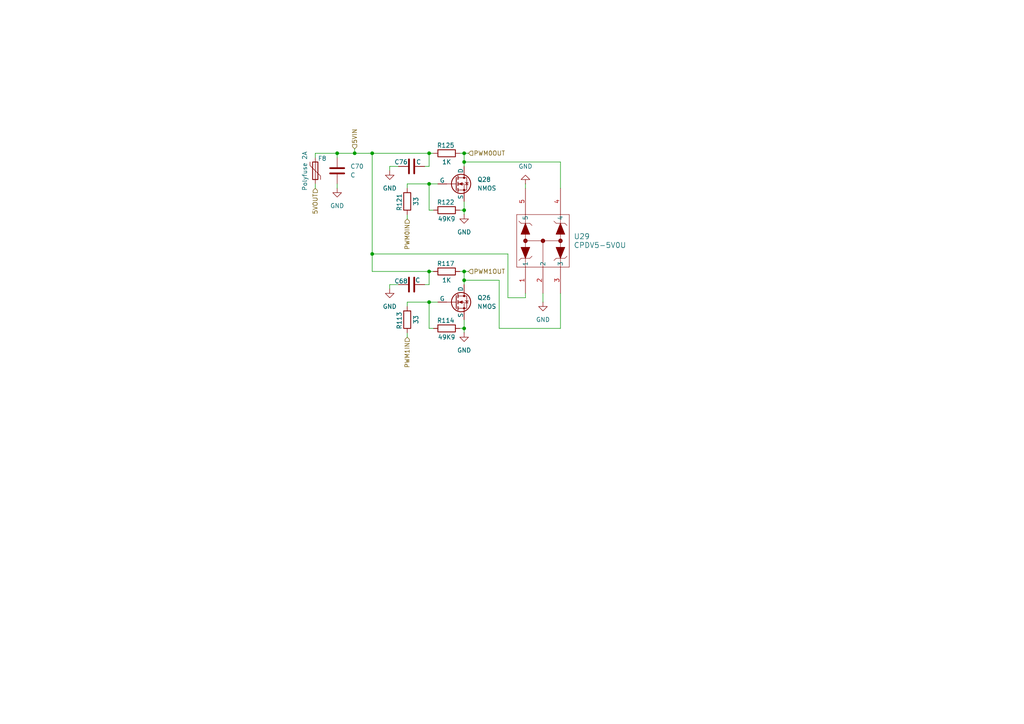
<source format=kicad_sch>
(kicad_sch (version 20250114) (generator "eeschema") (generator_version "9.0")
  (paper "A4")
  (lib_symbols
    (symbol "CPDV5:CPDV5-5V0U" (pin_names (offset 0.254))
      (property "Reference" "CR" (at 16.51 7.62 0))
      (property "Value" "CPDV5-5V0U" (at 20.32 5.08 0))
      (symbol "CPDV5-5V0U_0_1"
        (polyline (pts (xy 7.62 2.54) (xy 7.62 -12.7)) (stroke (width 0.127)))
        (polyline (pts (xy 7.62 0) (xy 22.86 0)) (stroke (width 0.127)))
        (polyline (pts (xy 7.62 -5.08) (xy 15.24 -5.08)) (stroke (width 0.127)))
        (polyline (pts (xy 7.62 -10.16) (xy 22.86 -10.16)) (stroke (width 0.127)))
        (polyline (pts (xy 7.62 -12.7) (xy 22.86 -12.7)) (stroke (width 0.127)))
        (polyline (pts (xy 10.16 1.27) (xy 9.525 1.905)) (stroke (width 0.127)))
        (polyline (pts (xy 10.16 1.27) (xy 10.16 -1.27)) (stroke (width 0.127)))
        (polyline (pts (xy 10.16 0) (xy 13.335 -1.27)) (stroke (width 0.127)))
        (polyline (pts (xy 10.16 0) (xy 13.335 1.27) (xy 13.335 -1.27)) (fill (type outline)))
        (polyline (pts (xy 10.16 -1.27) (xy 10.795 -1.905)) (stroke (width 0.127)))
        (polyline (pts (xy 10.16 -8.89) (xy 9.525 -8.255)) (stroke (width 0.127)))
        (polyline (pts (xy 10.16 -8.89) (xy 10.16 -11.43)) (stroke (width 0.127)))
        (polyline (pts (xy 10.16 -10.16) (xy 13.335 -11.43)) (stroke (width 0.127)))
        (polyline (pts (xy 10.16 -10.16) (xy 13.335 -8.89) (xy 13.335 -11.43)) (fill (type outline)))
        (polyline (pts (xy 10.16 -11.43) (xy 10.795 -12.065)) (stroke (width 0.127)))
        (polyline (pts (xy 13.335 1.27) (xy 10.16 0)) (stroke (width 0.127)))
        (polyline (pts (xy 13.335 1.27) (xy 13.335 -1.27)) (stroke (width 0.127)))
        (polyline (pts (xy 13.335 -8.89) (xy 10.16 -10.16)) (stroke (width 0.127)))
        (polyline (pts (xy 13.335 -8.89) (xy 13.335 -11.43)) (stroke (width 0.127)))
        (polyline (pts (xy 15.24 0) (xy 15.24 -10.16)) (stroke (width 0.127)))
        (circle (center 15.24 0) (radius 0.127) (stroke (width 0.508)))
        (circle (center 15.24 -5.08) (radius 0.127) (stroke (width 0.508)))
        (circle (center 15.24 -10.16) (radius 0.127) (stroke (width 0.508)))
        (polyline (pts (xy 17.145 1.27) (xy 17.145 -1.27)) (stroke (width 0.127)))
        (polyline (pts (xy 17.145 1.27) (xy 20.32 0)) (stroke (width 0.127)))
        (polyline (pts (xy 17.145 -8.89) (xy 17.145 -11.43)) (stroke (width 0.127)))
        (polyline (pts (xy 17.145 -8.89) (xy 20.32 -10.16)) (stroke (width 0.127)))
        (polyline (pts (xy 20.32 1.27) (xy 20.32 -1.27)) (stroke (width 0.127)))
        (polyline (pts (xy 20.32 1.27) (xy 20.955 1.905)) (stroke (width 0.127)))
        (polyline (pts (xy 20.32 0) (xy 17.145 -1.27)) (stroke (width 0.127)))
        (polyline (pts (xy 20.32 0) (xy 17.145 1.27) (xy 17.145 -1.27)) (fill (type outline)))
        (polyline (pts (xy 20.32 -1.27) (xy 19.685 -1.905)) (stroke (width 0.127)))
        (polyline (pts (xy 20.32 -8.89) (xy 20.32 -11.43)) (stroke (width 0.127)))
        (polyline (pts (xy 20.32 -8.89) (xy 20.955 -8.255)) (stroke (width 0.127)))
        (polyline (pts (xy 20.32 -10.16) (xy 17.145 -11.43)) (stroke (width 0.127)))
        (polyline (pts (xy 20.32 -10.16) (xy 17.145 -8.89) (xy 17.145 -11.43)) (fill (type outline)))
        (polyline (pts (xy 20.32 -11.43) (xy 19.685 -12.065)) (stroke (width 0.127)))
        (polyline (pts (xy 22.86 2.54) (xy 7.62 2.54)) (stroke (width 0.127)))
        (polyline (pts (xy 22.86 -12.7) (xy 22.86 2.54)) (stroke (width 0.127)))
        (pin unspecified line (at 0 0 0) (length 7.62) (name "1") (number "1"))
        (pin unspecified line (at 0 -5.08 0) (length 7.62) (name "2") (number "2"))
        (pin unspecified line (at 0 -10.16 0) (length 7.62) (name "3") (number "3"))
        (pin unspecified line (at 30.48 0 180) (length 7.62) (name "5") (number "5"))
        (pin unspecified line (at 30.48 -10.16 180) (length 7.62) (name "4") (number "4"))
      )
    )
    (symbol "Device:C" (pin_numbers (hide yes)) (pin_names (offset 0.254))
      (property "Reference" "C" (at 0.635 2.54 0))
      (property "Value" "C" (at 0.635 -2.54 0))
      (symbol "C_0_1"
        (polyline (pts (xy -2.032 0.762) (xy 2.032 0.762)) (stroke (width 0.508)))
        (polyline (pts (xy -2.032 -0.762) (xy 2.032 -0.762)) (stroke (width 0.508)))
      )
      (symbol "C_1_1"
        (pin passive line (at 0 3.81 270) (length 2.794) (name "~") (number "1"))
        (pin passive line (at 0 -3.81 90) (length 2.794) (name "~") (number "2"))
      )
    )
    (symbol "Device:Polyfuse" (pin_numbers (hide yes)) (pin_names (offset 0))
      (property "Reference" "F" (at -2.54 0 90))
      (property "Value" "Polyfuse" (at 2.54 0 90))
      (symbol "Polyfuse_0_1"
        (polyline (pts (xy -1.524 2.54) (xy -1.524 1.524) (xy 1.524 -1.524) (xy 1.524 -2.54)))
        (rectangle (start -0.762 2.54) (end 0.762 -2.54) (stroke (width 0.254)))
        (polyline (pts (xy 0 2.54) (xy 0 -2.54)))
      )
      (symbol "Polyfuse_1_1"
        (pin passive line (at 0 3.81 270) (length 1.27) (name "~") (number "1"))
        (pin passive line (at 0 -3.81 90) (length 1.27) (name "~") (number "2"))
      )
    )
    (symbol "Device:R" (pin_numbers (hide yes)) (pin_names (offset 0))
      (property "Reference" "R" (at 2.032 0 90))
      (property "Value" "R" (at 0 0 90))
      (symbol "R_0_1"
        (rectangle (start -1.016 -2.54) (end 1.016 2.54) (stroke (width 0.254)))
      )
      (symbol "R_1_1"
        (pin passive line (at 0 3.81 270) (length 1.27) (name "~") (number "1"))
        (pin passive line (at 0 -3.81 90) (length 1.27) (name "~") (number "2"))
      )
    )
    (symbol "Simulation_SPICE:NMOS" (pin_numbers (hide yes)) (pin_names (offset 0))
      (property "Reference" "Q" (at 5.08 1.27 0))
      (property "Value" "NMOS" (at 5.08 -1.27 0))
      (symbol "NMOS_0_1"
        (polyline (pts (xy 0.254 1.905) (xy 0.254 -1.905)) (stroke (width 0.254)))
        (polyline (pts (xy 0.254 0) (xy -2.54 0)))
        (polyline (pts (xy 0.762 2.286) (xy 0.762 1.27)) (stroke (width 0.254)))
        (polyline (pts (xy 0.762 0.508) (xy 0.762 -0.508)) (stroke (width 0.254)))
        (polyline (pts (xy 0.762 -1.27) (xy 0.762 -2.286)) (stroke (width 0.254)))
        (polyline (pts (xy 0.762 -1.778) (xy 3.302 -1.778) (xy 3.302 1.778) (xy 0.762 1.778)))
        (polyline (pts (xy 1.016 0) (xy 2.032 0.381) (xy 2.032 -0.381) (xy 1.016 0)) (fill (type outline)))
        (circle (center 1.651 0) (radius 2.794) (stroke (width 0.254)))
        (polyline (pts (xy 2.54 2.54) (xy 2.54 1.778)))
        (circle (center 2.54 1.778) (radius 0.254) (fill (type outline)))
        (circle (center 2.54 -1.778) (radius 0.254) (fill (type outline)))
        (polyline (pts (xy 2.54 -2.54) (xy 2.54 0) (xy 0.762 0)))
        (polyline (pts (xy 2.794 0.508) (xy 2.921 0.381) (xy 3.683 0.381) (xy 3.81 0.254)))
        (polyline (pts (xy 3.302 0.381) (xy 2.921 -0.254) (xy 3.683 -0.254) (xy 3.302 0.381)))
      )
      (symbol "NMOS_1_1"
        (pin input line (at -5.08 0 0) (length 2.54) (name "G") (number "2"))
        (pin passive line (at 2.54 5.08 270) (length 2.54) (name "D") (number "1"))
        (pin passive line (at 2.54 -5.08 90) (length 2.54) (name "S") (number "3"))
      )
    )
    (symbol "power:GND" (power) (pin_numbers (hide yes)) (pin_names (offset 0) (hide yes))
      (property "Value" "GND" (at 0 -3.81 0))
      (symbol "GND_0_1"
        (polyline (pts (xy 0 0) (xy 0 -1.27) (xy 1.27 -1.27) (xy 0 -2.54) (xy -1.27 -1.27) (xy 0 -1.27)))
      )
      (symbol "GND_1_1"
        (pin power_in line (at 0 0 270) (length 0) (name "~") (number "1"))
      )
    )
  )
  (junction (at 124.46 78.74))
  (junction (at 134.62 60.96))
  (junction (at 124.46 44.45))
  (junction (at 107.95 44.45))
  (junction (at 102.87 44.45))
  (junction (at 97.79 44.45))
  (junction (at 134.62 78.74))
  (junction (at 124.46 87.63))
  (junction (at 134.62 44.45))
  (junction (at 134.62 81.28))
  (junction (at 134.62 46.99))
  (junction (at 134.62 95.25))
  (junction (at 107.95 73.66))
  (junction (at 124.46 53.34))
  (wire (pts (xy 134.62 46.99) (xy 134.62 48.26)))
  (wire (pts (xy 97.79 44.45) (xy 97.79 45.72)))
  (wire (pts (xy 107.95 73.66) (xy 147.32 73.66)))
  (wire (pts (xy 102.87 43.18) (xy 102.87 44.45)))
  (wire (pts (xy 134.62 44.45) (xy 135.89 44.45)))
  (wire (pts (xy 162.56 46.99) (xy 162.56 54.61)))
  (wire (pts (xy 124.46 95.25) (xy 125.73 95.25)))
  (wire (pts (xy 91.44 53.34) (xy 91.44 54.61)))
  (wire (pts (xy 97.79 44.45) (xy 102.87 44.45)))
  (wire (pts (xy 134.62 81.28) (xy 134.62 82.55)))
  (wire (pts (xy 91.44 44.45) (xy 91.44 45.72)))
  (wire (pts (xy 134.62 78.74) (xy 134.62 81.28)))
  (wire (pts (xy 113.03 48.26) (xy 113.03 49.53)))
  (wire (pts (xy 124.46 44.45) (xy 124.46 48.26)))
  (wire (pts (xy 113.03 82.55) (xy 113.03 83.82)))
  (wire (pts (xy 113.03 48.26) (xy 115.57 48.26)))
  (wire (pts (xy 107.95 73.66) (xy 107.95 78.74)))
  (wire (pts (xy 134.62 46.99) (xy 162.56 46.99)))
  (wire (pts (xy 152.4 53.34) (xy 152.4 54.61)))
  (wire (pts (xy 152.4 86.36) (xy 152.4 85.09)))
  (wire (pts (xy 144.78 81.28) (xy 134.62 81.28)))
  (wire (pts (xy 147.32 73.66) (xy 147.32 86.36)))
  (wire (pts (xy 144.78 95.25) (xy 144.78 81.28)))
  (wire (pts (xy 134.62 46.99) (xy 134.62 44.45)))
  (wire (pts (xy 162.56 95.25) (xy 144.78 95.25)))
  (wire (pts (xy 124.46 87.63) (xy 118.11 87.63)))
  (wire (pts (xy 107.95 44.45) (xy 124.46 44.45)))
  (wire (pts (xy 124.46 60.96) (xy 125.73 60.96)))
  (wire (pts (xy 97.79 53.34) (xy 97.79 54.61)))
  (wire (pts (xy 133.35 95.25) (xy 134.62 95.25)))
  (wire (pts (xy 118.11 62.23) (xy 118.11 63.5)))
  (wire (pts (xy 124.46 78.74) (xy 125.73 78.74)))
  (wire (pts (xy 118.11 53.34) (xy 118.11 54.61)))
  (wire (pts (xy 147.32 86.36) (xy 152.4 86.36)))
  (wire (pts (xy 118.11 87.63) (xy 118.11 88.9)))
  (wire (pts (xy 162.56 85.09) (xy 162.56 95.25)))
  (wire (pts (xy 124.46 44.45) (xy 125.73 44.45)))
  (wire (pts (xy 124.46 87.63) (xy 124.46 95.25)))
  (wire (pts (xy 102.87 44.45) (xy 107.95 44.45)))
  (wire (pts (xy 124.46 78.74) (xy 124.46 82.55)))
  (wire (pts (xy 134.62 95.25) (xy 134.62 96.52)))
  (wire (pts (xy 134.62 44.45) (xy 133.35 44.45)))
  (wire (pts (xy 134.62 92.71) (xy 134.62 95.25)))
  (wire (pts (xy 107.95 78.74) (xy 124.46 78.74)))
  (wire (pts (xy 134.62 78.74) (xy 133.35 78.74)))
  (wire (pts (xy 133.35 60.96) (xy 134.62 60.96)))
  (wire (pts (xy 123.19 48.26) (xy 124.46 48.26)))
  (wire (pts (xy 97.79 44.45) (xy 91.44 44.45)))
  (wire (pts (xy 127 53.34) (xy 124.46 53.34)))
  (wire (pts (xy 134.62 60.96) (xy 134.62 62.23)))
  (wire (pts (xy 118.11 96.52) (xy 118.11 97.79)))
  (wire (pts (xy 123.19 82.55) (xy 124.46 82.55)))
  (wire (pts (xy 124.46 53.34) (xy 118.11 53.34)))
  (wire (pts (xy 107.95 44.45) (xy 107.95 73.66)))
  (wire (pts (xy 157.48 85.09) (xy 157.48 87.63)))
  (wire (pts (xy 134.62 78.74) (xy 135.89 78.74)))
  (wire (pts (xy 124.46 53.34) (xy 124.46 60.96)))
  (wire (pts (xy 113.03 82.55) (xy 115.57 82.55)))
  (wire (pts (xy 127 87.63) (xy 124.46 87.63)))
  (wire (pts (xy 134.62 58.42) (xy 134.62 60.96)))
  (hierarchical_label "5VIN" (shape input) (at 102.87 43.18 90))
  (hierarchical_label "PWM0IN" (shape input) (at 118.11 63.5 270))
  (hierarchical_label "5VOUT" (shape input) (at 91.44 54.61 270))
  (hierarchical_label "PWM0OUT" (shape input) (at 135.89 44.45 0))
  (hierarchical_label "PWM1OUT" (shape input) (at 135.89 78.74 0))
  (hierarchical_label "PWM1IN" (shape input) (at 118.11 97.79 270))
  (symbol (lib_id "power:GND") (at 97.79 54.61 0) (unit 1)
    (property "Reference" "#PWR0113" (effects (hide yes)))
    (property "Value" "GND" (at 97.79 59.69 0))
    (property "Description" "Power symbol creates a global label with name \"GND\" , ground" (effects (hide yes)))
    (instances (project "pcb" (path "" (reference "#PWR0113") (unit 1)) (path "" (reference "#PWR0120") (unit 1)) (path "" (reference "#PWR014") (unit 1))))
  )
  (symbol (lib_id "Device:R") (at 129.54 60.96 90) (unit 1)
    (property "Reference" "R122" (at 129.286 58.674 90))
    (property "Value" "49K9" (at 129.54 63.5 90))
    (property "Description" "Resistor" (effects (hide yes)))
    (instances (project "pcb" (path "" (reference "R122") (unit 1)) (path "" (reference "R107") (unit 1)) (path "" (reference "R84") (unit 1))))
  )
  (symbol (lib_id "Device:R") (at 129.54 95.25 90) (unit 1)
    (property "Reference" "R114" (at 129.286 92.964 90))
    (property "Value" "49K9" (at 129.54 97.79 90))
    (property "Description" "Resistor" (effects (hide yes)))
    (instances (project "pcb" (path "" (reference "R114") (unit 1)) (path "" (reference "R93") (unit 1)) (path "" (reference "R70") (unit 1))))
  )
  (symbol (lib_id "power:GND") (at 113.03 83.82 0) (unit 1)
    (property "Reference" "#PWR0115" (effects (hide yes)))
    (property "Value" "GND" (at 113.03 88.9 0))
    (property "Description" "Power symbol creates a global label with name \"GND\" , ground" (effects (hide yes)))
    (instances (project "pcb" (path "" (reference "#PWR0115") (unit 1)) (path "" (reference "#PWR0122") (unit 1)) (path "" (reference "#PWR016") (unit 1))))
  )
  (symbol (lib_id "CPDV5:CPDV5-5V0U") (at 152.4 85.09 90) (unit 1)
    (property "Reference" "U29" (at 166.37 68.5799 90) (effects (font (size 1.524 1.524)) (justify right)))
    (property "Value" "CPDV5-5V0U" (at 166.37 71.1199 90) (effects (font (size 1.524 1.524)) (justify right)))
    (property "Footprint" "SOT353_CPDV5_CIP" (effects (hide yes)))
    (property "Datasheet" "CPDV5-5V0U" (effects (hide yes)))
    (instances (project "pcb" (path "" (reference "U29") (unit 1)) (path "" (reference "U28") (unit 1)) (path "" (reference "U27") (unit 1))))
  )
  (symbol (lib_id "power:GND") (at 134.62 96.52 0) (unit 1)
    (property "Reference" "#PWR0117" (effects (hide yes)))
    (property "Value" "GND" (at 134.62 101.6 0))
    (property "Description" "Power symbol creates a global label with name \"GND\" , ground" (effects (hide yes)))
    (instances (project "pcb" (path "" (reference "#PWR0117") (unit 1)) (path "" (reference "#PWR0124") (unit 1)) (path "" (reference "#PWR019") (unit 1))))
  )
  (symbol (lib_id "Device:R") (at 129.54 44.45 90) (unit 1)
    (property "Reference" "R125" (at 129.286 42.164 90))
    (property "Value" "1K" (at 129.54 46.99 90))
    (property "Description" "Resistor" (effects (hide yes)))
    (instances (project "pcb" (path "" (reference "R125") (unit 1)) (path "" (reference "R110") (unit 1)) (path "" (reference "R75") (unit 1))))
  )
  (symbol (lib_id "Device:R") (at 118.11 92.71 180) (unit 1)
    (property "Reference" "R113" (at 115.824 92.964 90))
    (property "Value" "33" (at 120.65 92.71 90))
    (property "Description" "Resistor" (effects (hide yes)))
    (instances (project "pcb" (path "" (reference "R113") (unit 1)) (path "" (reference "R92") (unit 1)) (path "" (reference "R69") (unit 1))))
  )
  (symbol (lib_id "Simulation_SPICE:NMOS") (at 132.08 53.34 0) (unit 1)
    (property "Reference" "Q28" (at 138.43 52.0699 0) (effects (justify left)))
    (property "Value" "NMOS" (at 138.43 54.6099 0) (effects (justify left)))
    (property "Datasheet" "https://ngspice.sourceforge.io/docs/ngspice-html-manual/manual.xhtml#cha_MOSFETs" (effects (hide yes)))
    (property "Description" "N-MOSFET transistor, drain/source/gate" (effects (hide yes)))
    (property "Sim.Device" "NMOS" (effects (hide yes)))
    (property "Sim.Type" "VDMOS" (effects (hide yes)))
    (property "Sim.Pins" "1=D 2=G 3=S" (effects (hide yes)))
    (instances (project "pcb" (path "" (reference "Q28") (unit 1)) (path "" (reference "Q24") (unit 1)) (path "" (reference "Q18") (unit 1))))
  )
  (symbol (lib_id "Device:C") (at 97.79 49.53 0) (unit 1)
    (property "Reference" "C70" (at 101.6 48.2599 0) (effects (justify left)))
    (property "Value" "C" (at 101.6 50.7999 0) (effects (justify left)))
    (property "Description" "Unpolarized capacitor" (effects (hide yes)))
    (instances (project "pcb" (path "" (reference "C70") (unit 1)) (path "" (reference "C54") (unit 1)) (path "" (reference "C40") (unit 1))))
  )
  (symbol (lib_id "power:GND") (at 113.03 49.53 0) (unit 1)
    (property "Reference" "#PWR0114" (effects (hide yes)))
    (property "Value" "GND" (at 113.03 54.61 0))
    (property "Description" "Power symbol creates a global label with name \"GND\" , ground" (effects (hide yes)))
    (instances (project "pcb" (path "" (reference "#PWR0114") (unit 1)) (path "" (reference "#PWR0121") (unit 1)) (path "" (reference "#PWR015") (unit 1))))
  )
  (symbol (lib_id "Device:R") (at 118.11 58.42 180) (unit 1)
    (property "Reference" "R121" (at 115.824 58.674 90))
    (property "Value" "33" (at 120.65 58.42 90))
    (property "Description" "Resistor" (effects (hide yes)))
    (instances (project "pcb" (path "" (reference "R121") (unit 1)) (path "" (reference "R106") (unit 1)) (path "" (reference "R83") (unit 1))))
  )
  (symbol (lib_id "Device:C") (at 119.38 48.26 90) (unit 1)
    (property "Reference" "C76" (at 116.332 46.99 90))
    (property "Value" "C" (at 121.412 46.99 90))
    (property "Description" "Unpolarized capacitor" (effects (hide yes)))
    (instances (project "pcb" (path "" (reference "C76") (unit 1)) (path "" (reference "C59") (unit 1)) (path "" (reference "C46") (unit 1))))
  )
  (symbol (lib_id "Device:R") (at 129.54 78.74 90) (unit 1)
    (property "Reference" "R117" (at 129.286 76.454 90))
    (property "Value" "1K" (at 129.54 81.28 90))
    (property "Description" "Resistor" (effects (hide yes)))
    (instances (project "pcb" (path "" (reference "R117") (unit 1)) (path "" (reference "R95") (unit 1)) (path "" (reference "R87") (unit 1))))
  )
  (symbol (lib_id "Device:Polyfuse") (at 91.44 49.53 0) (unit 1)
    (property "Reference" "F8" (at 92.202 45.974 0) (effects (justify left)))
    (property "Value" "Polyfuse 2A" (at 88.392 55.372 90) (effects (justify left)))
    (property "Description" "Resettable fuse, polymeric positive temperature coefficient" (effects (hide yes)))
    (instances (project "pcb" (path "" (reference "F8") (unit 1)) (path "" (reference "F7") (unit 1)) (path "" (reference "F5") (unit 1))))
  )
  (symbol (lib_id "power:GND") (at 134.62 62.23 0) (unit 1)
    (property "Reference" "#PWR0116" (effects (hide yes)))
    (property "Value" "GND" (at 134.62 67.31 0))
    (property "Description" "Power symbol creates a global label with name \"GND\" , ground" (effects (hide yes)))
    (instances (project "pcb" (path "" (reference "#PWR0116") (unit 1)) (path "" (reference "#PWR0123") (unit 1)) (path "" (reference "#PWR017") (unit 1))))
  )
  (symbol (lib_id "power:GND") (at 152.4 53.34 180) (unit 1)
    (property "Reference" "#PWR0118" (effects (hide yes)))
    (property "Value" "GND" (at 152.4 48.26 0))
    (property "Description" "Power symbol creates a global label with name \"GND\" , ground" (effects (hide yes)))
    (instances (project "pcb" (path "" (reference "#PWR0118") (unit 1)) (path "" (reference "#PWR0125") (unit 1)) (path "" (reference "#PWR020") (unit 1))))
  )
  (symbol (lib_id "power:GND") (at 157.48 87.63 0) (unit 1)
    (property "Reference" "#PWR0119" (effects (hide yes)))
    (property "Value" "GND" (at 157.48 92.71 0))
    (property "Description" "Power symbol creates a global label with name \"GND\" , ground" (effects (hide yes)))
    (instances (project "pcb" (path "" (reference "#PWR0119") (unit 1)) (path "" (reference "#PWR0126") (unit 1)) (path "" (reference "#PWR021") (unit 1))))
  )
  (symbol (lib_id "Simulation_SPICE:NMOS") (at 132.08 87.63 0) (unit 1)
    (property "Reference" "Q26" (at 138.43 86.3599 0) (effects (justify left)))
    (property "Value" "NMOS" (at 138.43 88.8999 0) (effects (justify left)))
    (property "Datasheet" "https://ngspice.sourceforge.io/docs/ngspice-html-manual/manual.xhtml#cha_MOSFETs" (effects (hide yes)))
    (property "Description" "N-MOSFET transistor, drain/source/gate" (effects (hide yes)))
    (property "Sim.Device" "NMOS" (effects (hide yes)))
    (property "Sim.Type" "VDMOS" (effects (hide yes)))
    (property "Sim.Pins" "1=D 2=G 3=S" (effects (hide yes)))
    (instances (project "pcb" (path "" (reference "Q26") (unit 1)) (path "" (reference "Q21") (unit 1)) (path "" (reference "Q13") (unit 1))))
  )
  (symbol (lib_id "Device:C") (at 119.38 82.55 90) (unit 1)
    (property "Reference" "C68" (at 116.332 81.534 90))
    (property "Value" "C" (at 121.158 81.28 90))
    (property "Description" "Unpolarized capacitor" (effects (hide yes)))
    (instances (project "pcb" (path "" (reference "C68") (unit 1)) (path "" (reference "C53") (unit 1)) (path "" (reference "C39") (unit 1))))
  )
)
</source>
